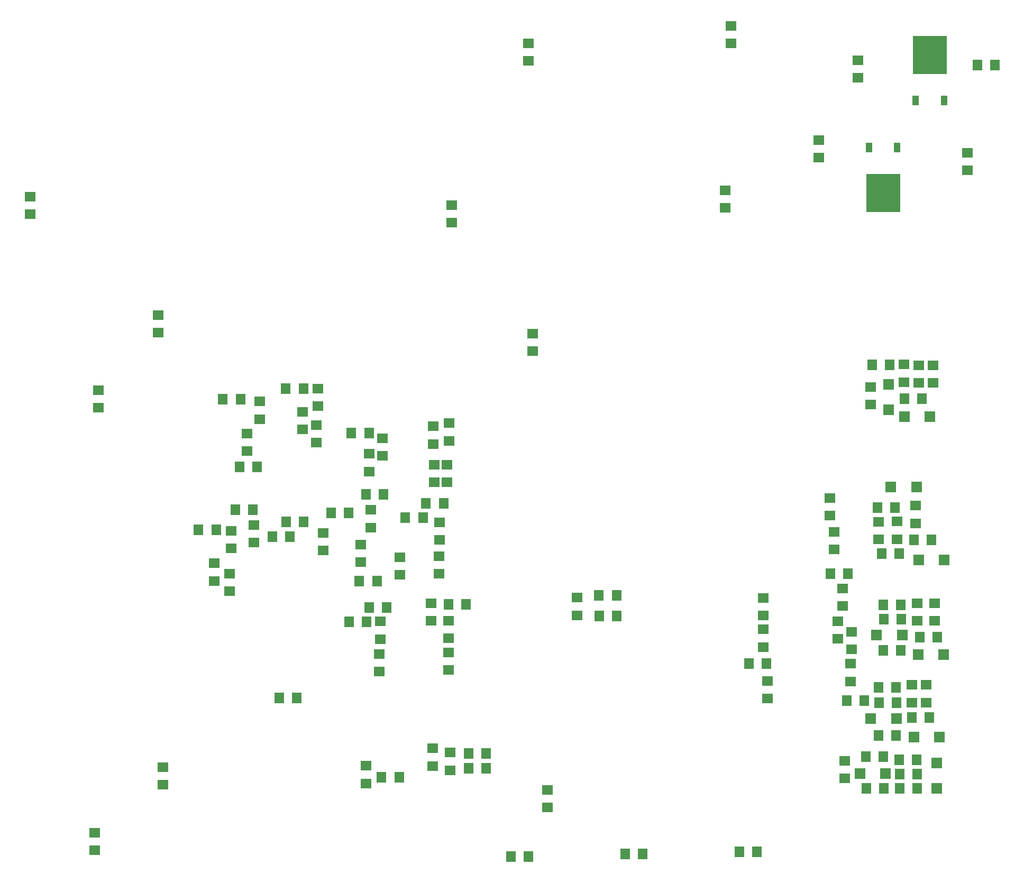
<source format=gbr>
G04 EAGLE Gerber RS-274X export*
G75*
%MOMM*%
%FSLAX34Y34*%
%LPD*%
%INSolderpaste Bottom*%
%IPPOS*%
%AMOC8*
5,1,8,0,0,1.08239X$1,22.5*%
G01*
%ADD10R,1.600000X1.800000*%
%ADD11R,1.800000X1.600000*%
%ADD12R,5.400000X6.200000*%
%ADD13R,1.000000X1.600000*%
%ADD14R,1.803000X1.600000*%
%ADD15R,1.600000X1.803000*%
%ADD16R,1.700000X1.800000*%
%ADD17R,1.800000X1.700000*%


D10*
X1272570Y408940D03*
X1244570Y408940D03*
X1183610Y-214630D03*
X1211610Y-214630D03*
D11*
X1189990Y428020D03*
X1189990Y400020D03*
D10*
X1229390Y234950D03*
X1201390Y234950D03*
X1238280Y6350D03*
X1210280Y6350D03*
X1231422Y-130048D03*
X1203422Y-130048D03*
X1235680Y-168910D03*
X1263680Y-168910D03*
X1192500Y463550D03*
X1220500Y463550D03*
D11*
X1202690Y184120D03*
X1202690Y212120D03*
D10*
X1210280Y78740D03*
X1238280Y78740D03*
X1202660Y-53340D03*
X1230660Y-53340D03*
D11*
X1148842Y-170912D03*
X1148842Y-198912D03*
X957580Y742980D03*
X957580Y714980D03*
X1107440Y822990D03*
X1107440Y794990D03*
X1344930Y802670D03*
X1344930Y774670D03*
D10*
X1361410Y943610D03*
X1389410Y943610D03*
D11*
X1169670Y951260D03*
X1169670Y923260D03*
D10*
X1287810Y182626D03*
X1259810Y182626D03*
X547086Y-182880D03*
X575086Y-182880D03*
X542320Y80010D03*
X514320Y80010D03*
X415320Y74930D03*
X387320Y74930D03*
D11*
X374142Y175290D03*
X374142Y147290D03*
X499872Y156494D03*
X499872Y128494D03*
D10*
X410494Y255524D03*
X382494Y255524D03*
D11*
X512572Y275560D03*
X512572Y303560D03*
D10*
X254478Y211582D03*
X282478Y211582D03*
D11*
X164338Y128808D03*
X164338Y100808D03*
D10*
X1296954Y27178D03*
X1268954Y27178D03*
D11*
X303022Y366552D03*
X303022Y338552D03*
X192532Y352836D03*
X192532Y324836D03*
D10*
X825530Y-320040D03*
X797530Y-320040D03*
X1008410Y-316230D03*
X980410Y-316230D03*
X642650Y-323850D03*
X614650Y-323850D03*
X243810Y-69850D03*
X271810Y-69850D03*
D11*
X673100Y-217140D03*
X673100Y-245140D03*
X-155194Y704820D03*
X-155194Y732820D03*
X642620Y977930D03*
X642620Y949930D03*
X966470Y1005870D03*
X966470Y977870D03*
X50292Y514828D03*
X50292Y542828D03*
X57404Y-181326D03*
X57404Y-209326D03*
X-52070Y-285720D03*
X-52070Y-313720D03*
X-45466Y394686D03*
X-45466Y422686D03*
D10*
X1284000Y-101600D03*
X1256000Y-101600D03*
D12*
X1210310Y738270D03*
D13*
X1187510Y811270D03*
X1233110Y811270D03*
D12*
X1285240Y959720D03*
D13*
X1308040Y886720D03*
X1262440Y886720D03*
D14*
X1267460Y462530D03*
X1267460Y434090D03*
D15*
X1236730Y-214630D03*
X1265170Y-214630D03*
D14*
X1243330Y463800D03*
X1243330Y435360D03*
D15*
X1236214Y160528D03*
X1207774Y160528D03*
X1239770Y55880D03*
X1211330Y55880D03*
X1203710Y-77470D03*
X1232150Y-77470D03*
X1182628Y-164338D03*
X1211068Y-164338D03*
D14*
X1290320Y434090D03*
X1290320Y462530D03*
X1262380Y237740D03*
X1262380Y209300D03*
X1264920Y81530D03*
X1264920Y53090D03*
X1256030Y-49280D03*
X1256030Y-77720D03*
D15*
X1265170Y-191770D03*
X1236730Y-191770D03*
D14*
X382270Y-178820D03*
X382270Y-207260D03*
D15*
X407420Y-196850D03*
X435860Y-196850D03*
X371860Y116840D03*
X400300Y116840D03*
D14*
X1232916Y183900D03*
X1232916Y212340D03*
D15*
X478540Y241046D03*
X506980Y241046D03*
X180090Y299720D03*
X208530Y299720D03*
D14*
X488950Y-179320D03*
X488950Y-150880D03*
X517144Y-157738D03*
X517144Y-186178D03*
X486410Y53090D03*
X486410Y81530D03*
X1292860Y53090D03*
X1292860Y81530D03*
X514350Y25150D03*
X514350Y53590D03*
D15*
X383790Y52070D03*
X355350Y52070D03*
D14*
X405130Y23880D03*
X405130Y52320D03*
X390652Y202696D03*
X390652Y231136D03*
D15*
X326648Y226314D03*
X355088Y226314D03*
D14*
X500380Y211324D03*
X500380Y182884D03*
D15*
X445520Y218440D03*
X473960Y218440D03*
X387346Y353568D03*
X358906Y353568D03*
D14*
X408940Y317250D03*
X408940Y345690D03*
X515620Y369820D03*
X515620Y341380D03*
X490220Y336300D03*
X490220Y364740D03*
D15*
X201672Y230886D03*
X173232Y230886D03*
D14*
X203200Y178312D03*
X203200Y206752D03*
D15*
X142998Y199136D03*
X114558Y199136D03*
D14*
X166370Y169168D03*
X166370Y197608D03*
D15*
X282698Y425450D03*
X254258Y425450D03*
D14*
X305308Y397006D03*
X305308Y425446D03*
D15*
X181860Y407924D03*
X153420Y407924D03*
D14*
X212090Y376178D03*
X212090Y404618D03*
X1278890Y-77720D03*
X1278890Y-49280D03*
D11*
X519430Y718850D03*
X519430Y690850D03*
D15*
X783840Y93980D03*
X755400Y93980D03*
D10*
X755620Y60960D03*
X783620Y60960D03*
D14*
X720090Y90420D03*
X720090Y61980D03*
D11*
X648970Y513110D03*
X648970Y485110D03*
D14*
X1131570Y167390D03*
X1131570Y195830D03*
X1158240Y-15498D03*
X1158240Y-43938D03*
X1024890Y-71370D03*
X1024890Y-42930D03*
X1138174Y52828D03*
X1138174Y24388D03*
X1018540Y11180D03*
X1018540Y39620D03*
D15*
X1154172Y129032D03*
X1125732Y129032D03*
D11*
X1125220Y222220D03*
X1125220Y250220D03*
D10*
X1152622Y-74168D03*
X1180622Y-74168D03*
D11*
X1160018Y7590D03*
X1160018Y35590D03*
D10*
X1023650Y-15240D03*
X995650Y-15240D03*
D11*
X1145540Y77440D03*
X1145540Y105440D03*
X1018540Y62200D03*
X1018540Y90200D03*
D10*
X547086Y-159004D03*
X575086Y-159004D03*
D11*
X514350Y2570D03*
X514350Y-25430D03*
X403860Y30D03*
X403860Y-27970D03*
X313690Y194340D03*
X313690Y166340D03*
X436880Y154970D03*
X436880Y126970D03*
X387350Y320578D03*
X387350Y292578D03*
X491490Y303560D03*
X491490Y275560D03*
D10*
X232634Y188214D03*
X260634Y188214D03*
D11*
X139700Y145318D03*
X139700Y117318D03*
X281432Y387888D03*
X281432Y359888D03*
D16*
X1219200Y431980D03*
X1219200Y390980D03*
D17*
X1285166Y380238D03*
X1244166Y380238D03*
X1308026Y150622D03*
X1267026Y150622D03*
X1263830Y267716D03*
X1222830Y267716D03*
X1307264Y-762D03*
X1266264Y-762D03*
X1240970Y30734D03*
X1199970Y30734D03*
X1300660Y-132842D03*
X1259660Y-132842D03*
X1231572Y-103378D03*
X1190572Y-103378D03*
X1173046Y-191516D03*
X1214046Y-191516D03*
D16*
X1296416Y-215318D03*
X1296416Y-174318D03*
M02*

</source>
